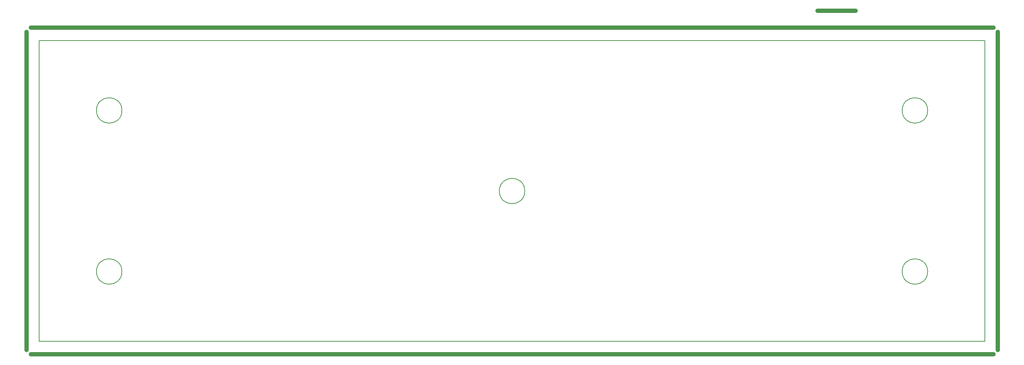
<source format=gbr>
G04 #@! TF.GenerationSoftware,KiCad,Pcbnew,(5.1.4)-1*
G04 #@! TF.CreationDate,2022-02-23T22:30:13-05:00*
G04 #@! TF.ProjectId,ortho-40percent,6f727468-6f2d-4343-9070-657263656e74,rev?*
G04 #@! TF.SameCoordinates,Original*
G04 #@! TF.FileFunction,Other,User*
%FSLAX46Y46*%
G04 Gerber Fmt 4.6, Leading zero omitted, Abs format (unit mm)*
G04 Created by KiCad (PCBNEW (5.1.4)-1) date 2022-02-23 22:30:13*
%MOMM*%
%LPD*%
G04 APERTURE LIST*
%ADD10C,0.150000*%
%ADD11C,1.000000*%
G04 APERTURE END LIST*
D10*
X265960000Y-165920000D02*
X42960000Y-165920000D01*
D11*
X226460000Y-158920000D02*
X235460000Y-158920000D01*
X39960000Y-238920000D02*
X39960000Y-163920000D01*
X267960000Y-162920000D02*
X40960000Y-162920000D01*
X267960000Y-239920000D02*
X40960000Y-239920000D01*
X268960000Y-238920000D02*
X268960000Y-163920000D01*
D10*
X62460000Y-220420000D02*
G75*
G03X62460000Y-220420000I-3000000J0D01*
G01*
X62460000Y-182420000D02*
G75*
G03X62460000Y-182420000I-3000000J0D01*
G01*
X157460000Y-201420000D02*
G75*
G03X157460000Y-201420000I-3000000J0D01*
G01*
X252460000Y-220420000D02*
G75*
G03X252460000Y-220420000I-3000000J0D01*
G01*
X252460000Y-182420000D02*
G75*
G03X252460000Y-182420000I-3000000J0D01*
G01*
X265960000Y-236920000D02*
X265960000Y-165920000D01*
X42960000Y-236920000D02*
X265960000Y-236920000D01*
X42960000Y-165920000D02*
X42960000Y-236920000D01*
M02*

</source>
